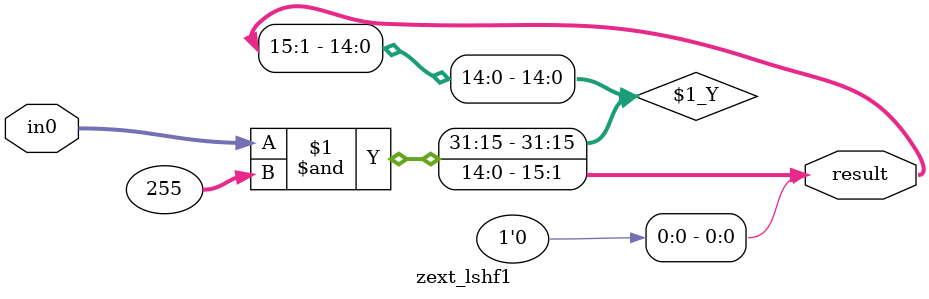
<source format=v>
`timescale 1ns / 1ps


module zext_lshf1(
    input [7:0] in0,
    output [15:0] result
    );
    
    // always @ (in0) begin
    
    assign result = (in0 & 'h00FF) << 1;
    
    // end
    
endmodule

</source>
